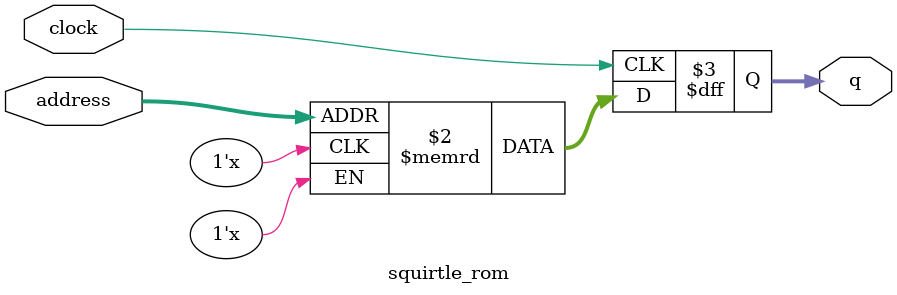
<source format=sv>
module squirtle_rom (
	input logic clock,
	input logic [8:0] address,
	output logic [7:0] q
);

logic [7:0] memory [0:399] /* synthesis ram_init_file = "./squirtle/squirtle.mif" */;

always_ff @ (posedge clock) begin
	q <= memory[address];
end

endmodule

</source>
